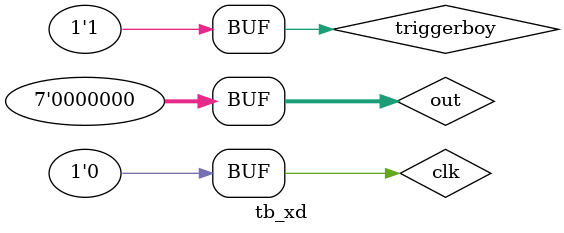
<source format=v>
`timescale 1ns / 1ps


module tb_xd(

);
    
    reg triggerboy = 0;
    reg [6 : 0] out = 0;
    reg [5 : 0] cnt = 0;
    reg clk = 0;
    
    initial
    begin
    
        #5;
        triggerboy <= 1;
        
        repeat(10)
        begin
        
            #1;
            clk <= ~clk;
        end
    end
    
    
    always @(posedge clk)
    begin
    
        cnt <= cnt + 1;
    end
endmodule

</source>
